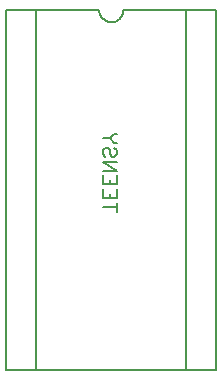
<source format=gbo>
G75*
G70*
%OFA0B0*%
%FSLAX24Y24*%
%IPPOS*%
%LPD*%
%AMOC8*
5,1,8,0,0,1.08239X$1,22.5*
%
%ADD10C,0.0060*%
%ADD11C,0.0050*%
D10*
X006341Y003076D02*
X007341Y003076D01*
X007341Y015076D01*
X009441Y015076D01*
X009443Y015037D01*
X009449Y014998D01*
X009458Y014960D01*
X009471Y014923D01*
X009488Y014887D01*
X009508Y014854D01*
X009532Y014822D01*
X009558Y014793D01*
X009587Y014767D01*
X009619Y014743D01*
X009652Y014723D01*
X009688Y014706D01*
X009725Y014693D01*
X009763Y014684D01*
X009802Y014678D01*
X009841Y014676D01*
X009880Y014678D01*
X009919Y014684D01*
X009957Y014693D01*
X009994Y014706D01*
X010030Y014723D01*
X010063Y014743D01*
X010095Y014767D01*
X010124Y014793D01*
X010150Y014822D01*
X010174Y014854D01*
X010194Y014887D01*
X010211Y014923D01*
X010224Y014960D01*
X010233Y014998D01*
X010239Y015037D01*
X010241Y015076D01*
X012341Y015076D01*
X012341Y003076D01*
X013341Y003076D01*
X013341Y015076D01*
X012341Y015076D01*
X007341Y015076D02*
X006341Y015076D01*
X006341Y003076D01*
X007341Y003076D02*
X012341Y003076D01*
D11*
X010026Y008344D02*
X010026Y008645D01*
X010026Y008495D02*
X009575Y008495D01*
X009575Y008805D02*
X009575Y009105D01*
X009575Y009265D02*
X009575Y009566D01*
X009575Y009726D02*
X010026Y009726D01*
X009575Y010026D01*
X010026Y010026D01*
X009950Y010186D02*
X010026Y010261D01*
X010026Y010411D01*
X009950Y010486D01*
X009950Y010646D02*
X009800Y010797D01*
X009575Y010797D01*
X009800Y010797D02*
X009950Y010947D01*
X010026Y010947D01*
X010026Y010646D02*
X009950Y010646D01*
X009725Y010486D02*
X009650Y010486D01*
X009575Y010411D01*
X009575Y010261D01*
X009650Y010186D01*
X009800Y010261D02*
X009800Y010411D01*
X009725Y010486D01*
X009800Y010261D02*
X009875Y010186D01*
X009950Y010186D01*
X010026Y009566D02*
X010026Y009265D01*
X009575Y009265D01*
X009800Y009265D02*
X009800Y009415D01*
X010026Y009105D02*
X010026Y008805D01*
X009575Y008805D01*
X009800Y008805D02*
X009800Y008955D01*
M02*

</source>
